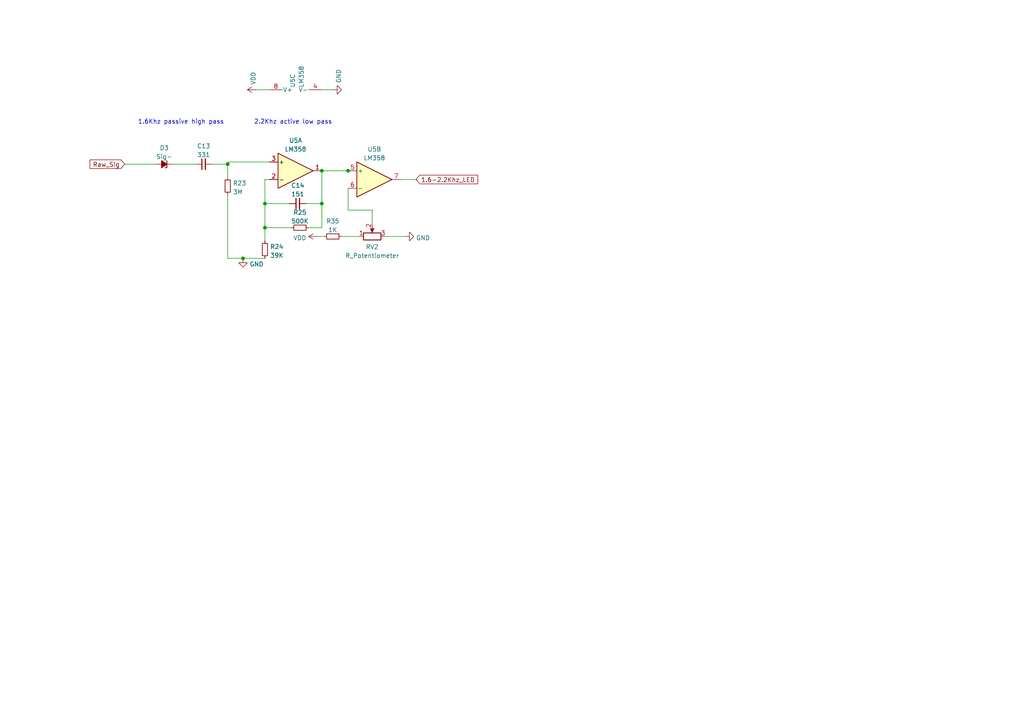
<source format=kicad_sch>
(kicad_sch (version 20211123) (generator eeschema)
  (paper "A4")
  (lib_symbols
    (symbol "Amplifier_Operational:LM358" (pin_names (offset 0.127))
      (property "Reference" "U" (at 0 5.08 0))
      (property "Value" "LM358" (at 0 -5.08 0))
      (symbol "LM358_1_1"
        (polyline (pts (xy -5.08 5.08) (xy 5.08 0) (xy -5.08 -5.08) (xy -5.08 5.08)) (stroke (width 0.254)) (fill (type background)))
        (pin output line (at 7.62 0 180) (length 2.54) (name "~") (number "1"))
        (pin input line (at -7.62 -2.54 0) (length 2.54) (name "-") (number "2"))
        (pin input line (at -7.62 2.54 0) (length 2.54) (name "+") (number "3"))
      )
      (symbol "LM358_2_1"
        (polyline (pts (xy -5.08 5.08) (xy 5.08 0) (xy -5.08 -5.08) (xy -5.08 5.08)) (stroke (width 0.254)) (fill (type background)))
        (pin input line (at -7.62 2.54 0) (length 2.54) (name "+") (number "5"))
        (pin input line (at -7.62 -2.54 0) (length 2.54) (name "-") (number "6"))
        (pin output line (at 7.62 0 180) (length 2.54) (name "~") (number "7"))
      )
      (symbol "LM358_3_1"
        (pin power_in line (at -2.54 -7.62 90) (length 3.81) (name "V-") (number "4"))
        (pin power_in line (at -2.54 7.62 270) (length 3.81) (name "V+") (number "8"))
      )
    )
    (symbol "Device:C_Small" (pin_numbers hide) (pin_names (offset 0.254) hide)
      (property "Reference" "C" (at 0.254 1.778 0))
      (property "Value" "C_Small" (at 0.254 -2.032 0))
      (symbol "C_Small_0_1"
        (polyline (pts (xy -1.524 -0.508) (xy 1.524 -0.508)) (stroke (width 0.3302)))
        (polyline (pts (xy -1.524 0.508) (xy 1.524 0.508)) (stroke (width 0.3048)))
      )
      (symbol "C_Small_1_1"
        (pin passive line (at 0 2.54 270) (length 2.032) (name "~") (number "1"))
        (pin passive line (at 0 -2.54 90) (length 2.032) (name "~") (number "2"))
      )
    )
    (symbol "Device:D_Zener_Small_Filled" (pin_numbers hide) (pin_names (offset 0.254) hide)
      (property "Reference" "D" (at 0 2.286 0))
      (property "Value" "D_Zener_Small_Filled" (at 0 -2.286 0))
      (symbol "D_Zener_Small_Filled_0_1"
        (polyline (pts (xy 0.762 0) (xy -0.762 0)))
        (polyline (pts (xy -0.254 1.016) (xy -0.762 1.016) (xy -0.762 -1.016)) (stroke (width 0.254)))
        (polyline (pts (xy 0.762 1.016) (xy -0.762 0) (xy 0.762 -1.016) (xy 0.762 1.016)) (stroke (width 0.254)) (fill (type outline)))
      )
      (symbol "D_Zener_Small_Filled_1_1"
        (pin passive line (at -2.54 0 0) (length 1.778) (name "K") (number "1"))
        (pin passive line (at 2.54 0 180) (length 1.778) (name "A") (number "2"))
      )
    )
    (symbol "Device:R_Potentiometer" (pin_names (offset 1.016) hide)
      (property "Reference" "RV" (at -4.445 0 90))
      (property "Value" "R_Potentiometer" (at -2.54 0 90))
      (symbol "R_Potentiometer_0_1"
        (polyline (pts (xy 2.54 0) (xy 1.524 0)))
        (polyline (pts (xy 1.143 0) (xy 2.286 0.508) (xy 2.286 -0.508) (xy 1.143 0)) (fill (type outline)))
        (rectangle (start 1.016 2.54) (end -1.016 -2.54) (stroke (width 0.254)))
      )
      (symbol "R_Potentiometer_1_1"
        (pin passive line (at 0 3.81 270) (length 1.27) (name "1") (number "1"))
        (pin passive line (at 3.81 0 180) (length 1.27) (name "2") (number "2"))
        (pin passive line (at 0 -3.81 90) (length 1.27) (name "3") (number "3"))
      )
    )
    (symbol "Device:R_Small" (pin_numbers hide) (pin_names (offset 0.254) hide)
      (property "Reference" "R" (at 0.762 0.508 0))
      (property "Value" "R_Small" (at 0.762 -1.016 0))
      (symbol "R_Small_0_1"
        (rectangle (start -0.762 1.778) (end 0.762 -1.778) (stroke (width 0.2032)))
      )
      (symbol "R_Small_1_1"
        (pin passive line (at 0 2.54 270) (length 0.762) (name "~") (number "1"))
        (pin passive line (at 0 -2.54 90) (length 0.762) (name "~") (number "2"))
      )
    )
    (symbol "power:GND" (power) (pin_names (offset 0))
      (property "Value" "GND" (at 0 -3.81 0))
      (symbol "GND_0_1"
        (polyline (pts (xy 0 0) (xy 0 -1.27) (xy 1.27 -1.27) (xy 0 -2.54) (xy -1.27 -1.27) (xy 0 -1.27)))
      )
      (symbol "GND_1_1"
        (pin power_in line (at 0 0 270) (length 0) hide (name "GND") (number "1"))
      )
    )
    (symbol "power:VDD" (power) (pin_names (offset 0))
      (property "Value" "VDD" (at 0 3.81 0))
      (symbol "VDD_0_1"
        (polyline (pts (xy -0.762 1.27) (xy 0 2.54)))
        (polyline (pts (xy 0 0) (xy 0 2.54)))
        (polyline (pts (xy 0 2.54) (xy 0.762 1.27)))
      )
      (symbol "VDD_1_1"
        (pin power_in line (at 0 0 90) (length 0) hide (name "VDD") (number "1"))
      )
    )
  )
  (junction (at 76.835 66.04))
  (junction (at 93.345 59.055))
  (junction (at 76.835 59.055))
  (junction (at 70.485 74.93))
  (junction (at 93.345 49.53))
  (junction (at 100.965 49.53))
  (junction (at 66.04 47.625))
  (wire (pts (xy 78.105 46.99) (xy 66.04 46.99)))
  (wire (pts (xy 100.965 49.53) (xy 101.6 49.53)))
  (wire (pts (xy 66.04 56.515) (xy 66.04 74.93)))
  (wire (pts (xy 89.535 66.04) (xy 93.345 66.04)))
  (wire (pts (xy 92.075 68.58) (xy 93.98 68.58)))
  (wire (pts (xy 107.95 64.77) (xy 107.95 60.96)))
  (wire (pts (xy 83.82 59.055) (xy 76.835 59.055)))
  (wire (pts (xy 70.485 74.93) (xy 76.835 74.93)))
  (wire (pts (xy 76.835 66.04) (xy 84.455 66.04)))
  (wire (pts (xy 76.835 52.07) (xy 76.835 59.055)))
  (wire (pts (xy 88.9 59.055) (xy 93.345 59.055)))
  (wire (pts (xy 93.345 49.53) (xy 100.965 49.53)))
  (wire (pts (xy 78.105 52.07) (xy 76.835 52.07)))
  (wire (pts (xy 74.295 26.035) (xy 78.105 26.035)))
  (wire (pts (xy 66.04 74.93) (xy 70.485 74.93)))
  (wire (pts (xy 66.04 47.625) (xy 61.595 47.625)))
  (wire (pts (xy 100.965 60.96) (xy 100.965 54.61)))
  (wire (pts (xy 66.04 51.435) (xy 66.04 47.625)))
  (wire (pts (xy 66.04 46.99) (xy 66.04 47.625)))
  (wire (pts (xy 93.345 26.035) (xy 96.52 26.035)))
  (wire (pts (xy 50.165 47.625) (xy 56.515 47.625)))
  (wire (pts (xy 111.76 68.58) (xy 117.475 68.58)))
  (wire (pts (xy 93.345 59.055) (xy 93.345 49.53)))
  (wire (pts (xy 76.835 66.04) (xy 76.835 69.85)))
  (wire (pts (xy 99.06 68.58) (xy 104.14 68.58)))
  (wire (pts (xy 36.195 47.625) (xy 45.085 47.625)))
  (wire (pts (xy 107.95 60.96) (xy 100.965 60.96)))
  (wire (pts (xy 76.835 59.055) (xy 76.835 66.04)))
  (wire (pts (xy 93.345 66.04) (xy 93.345 59.055)))
  (wire (pts (xy 116.205 52.07) (xy 120.65 52.07)))
  (text "1.6Khz passive high pass" (at 40.005 36.195 0) (effects (font (size 1.27 1.27)) (justify left bottom)))
  (text "2.2Khz active low pass" (at 73.66 36.195 0) (effects (font (size 1.27 1.27)) (justify left bottom)))
  (global_label "1.6-2.2Khz_LED" (shape input) (at 120.65 52.07 0) (property "Intersheet References" "${INTERSHEET_REFS}" (effects hide)))
  (global_label "Raw_Sig" (shape input) (at 36.195 47.625 180) (property "Intersheet References" "${INTERSHEET_REFS}" (effects hide)))
  (symbol (lib_id "Device:R_Small") (at 86.995 66.04 90) (unit 1)
    (property "Reference" "R25" (at 86.995 61.6036 90))
    (property "Value" "500K" (at 86.995 64.1405 90))
    (property "Footprint" "Resistor_THT:R_Axial_DIN0204_L3.6mm_D1.6mm_P5.08mm_Horizontal" (effects hide))
  )
  (symbol (lib_id "Device:R_Small") (at 76.835 72.39 0) (unit 1)
    (property "Reference" "R24" (at 78.3336 71.5553 0) (effects (justify left)))
    (property "Value" "39K" (at 78.3336 74.0922 0) (effects (justify left)))
    (property "Footprint" "Resistor_THT:R_Axial_DIN0204_L3.6mm_D1.6mm_P5.08mm_Horizontal" (effects hide))
  )
  (symbol (lib_id "power:GND") (at 70.485 74.93 0) (unit 1)
    (property "Reference" "#PWR0104" (effects hide))
    (property "Value" "GND" (at 72.39 76.6338 0) (effects (justify left)))
  )
  (symbol (lib_id "Device:C_Small") (at 59.055 47.625 90) (unit 1)
    (property "Reference" "C13" (at 59.0613 42.3631 90))
    (property "Value" "331" (at 59.0613 44.9 90))
    (property "Footprint" "Capacitor_THT:C_Disc_D7.0mm_W2.5mm_P5.00mm" (effects hide))
  )
  (symbol (lib_id "Amplifier_Operational:LM358") (at 108.585 52.07 0) (unit 2)
    (property "Reference" "U5" (at 108.585 43.2902 0))
    (property "Value" "LM358" (at 108.585 45.8271 0))
    (property "Footprint" "Package_DIP:DIP-8_W7.62mm" (effects hide))
    (property "Datasheet" "http://www.ti.com/lit/ds/symlink/lm2904-n.pdf" (effects hide))
  )
  (symbol (lib_id "Device:C_Small") (at 86.36 59.055 90) (unit 1)
    (property "Reference" "C14" (at 86.3663 53.7931 90))
    (property "Value" "151" (at 86.3663 56.33 90))
    (property "Footprint" "Capacitor_THT:C_Disc_D7.0mm_W2.5mm_P5.00mm" (effects hide))
  )
  (symbol (lib_id "power:VDD") (at 74.295 26.035 90) (unit 1)
    (property "Reference" "#PWR019" (effects hide))
    (property "Value" "VDD" (at 73.4588 24.638 0) (effects (justify left)))
  )
  (symbol (lib_id "Amplifier_Operational:LM358") (at 85.725 49.53 0) (unit 1)
    (property "Reference" "U5" (at 85.725 40.7502 0))
    (property "Value" "LM358" (at 85.725 43.2871 0))
    (property "Footprint" "Package_DIP:DIP-8_W7.62mm" (effects hide))
    (property "Datasheet" "http://www.ti.com/lit/ds/symlink/lm2904-n.pdf" (effects hide))
  )
  (symbol (lib_id "power:VDD") (at 92.075 68.58 90) (unit 1)
    (property "Reference" "#PWR021" (effects hide))
    (property "Value" "VDD" (at 88.9 69.0138 90) (effects (justify left)))
  )
  (symbol (lib_id "power:GND") (at 96.52 26.035 90) (unit 1)
    (property "Reference" "#PWR020" (effects hide))
    (property "Value" "GND" (at 98.2238 24.13 0) (effects (justify left)))
  )
  (symbol (lib_id "Device:R_Small") (at 66.04 53.975 0) (unit 1)
    (property "Reference" "R23" (at 67.5386 53.1403 0) (effects (justify left)))
    (property "Value" "3M" (at 67.5386 55.6772 0) (effects (justify left)))
    (property "Footprint" "Resistor_THT:R_Axial_DIN0204_L3.6mm_D1.6mm_P5.08mm_Horizontal" (effects hide))
  )
  (symbol (lib_id "Device:D_Zener_Small_Filled") (at 47.625 47.625 180) (unit 1)
    (property "Reference" "D3" (at 47.625 42.9092 0))
    (property "Value" "Sig-" (at 47.625 45.4461 0))
    (property "Footprint" "Diode_THT:D_DO-34_SOD68_P7.62mm_Horizontal" (effects hide))
  )
  (symbol (lib_id "power:GND") (at 117.475 68.58 90) (unit 1)
    (property "Reference" "#PWR022" (effects hide))
    (property "Value" "GND" (at 120.65 69.0138 90) (effects (justify right)))
  )
  (symbol (lib_id "Device:R_Small") (at 96.52 68.58 90) (unit 1)
    (property "Reference" "R35" (at 96.52 64.1436 90))
    (property "Value" "1K" (at 96.52 66.6805 90))
    (property "Footprint" "Resistor_THT:R_Axial_DIN0204_L3.6mm_D1.6mm_P5.08mm_Horizontal" (effects hide))
  )
  (symbol (lib_id "Amplifier_Operational:LM358") (at 85.725 23.495 90) (unit 3)
    (property "Reference" "U5" (at 84.8903 25.4 0) (effects (justify left)))
    (property "Value" "LM358" (at 87.4272 25.4 0) (effects (justify left)))
    (property "Footprint" "Package_DIP:DIP-8_W7.62mm" (effects hide))
    (property "Datasheet" "http://www.ti.com/lit/ds/symlink/lm2904-n.pdf" (effects hide))
  )
  (symbol (lib_id "Device:R_Potentiometer") (at 107.95 68.58 90) (unit 1)
    (property "Reference" "RV2" (at 107.95 71.6264 90))
    (property "Value" "R_Potentiometer" (at 107.95 74.1633 90))
    (property "Footprint" "Potentiometer_THT:Potentiometer_Bourns_3296W_Vertical" (effects hide))
  )
)
</source>
